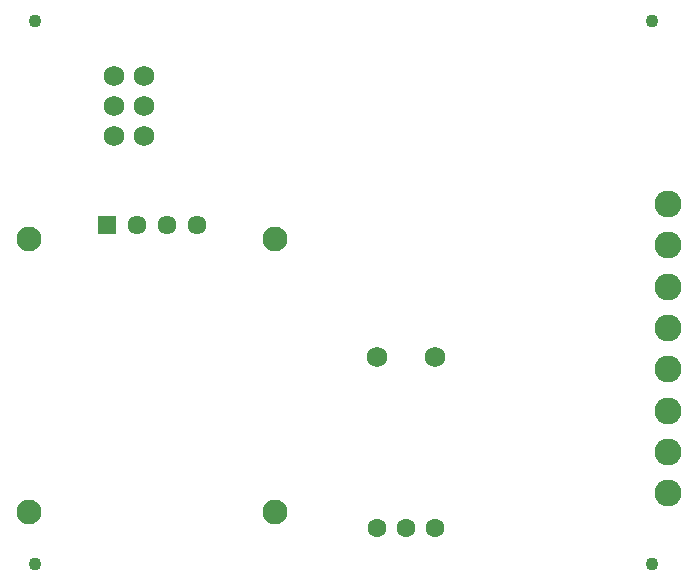
<source format=gbr>
G04 EAGLE Gerber RS-274X export*
G75*
%MOMM*%
%FSLAX34Y34*%
%LPD*%
%INSoldermask Bottom*%
%IPPOS*%
%AMOC8*
5,1,8,0,0,1.08239X$1,22.5*%
G01*
%ADD10C,1.101600*%
%ADD11C,1.727200*%
%ADD12C,2.286000*%
%ADD13R,1.609600X1.609600*%
%ADD14C,1.609600*%
%ADD15C,2.101600*%
%ADD16C,1.739900*%
%ADD17C,1.600200*%


D10*
X62000Y-2742D03*
X62000Y456909D03*
X583875Y-2742D03*
X583875Y456909D03*
D11*
X153800Y384600D03*
X128400Y384600D03*
X128400Y359200D03*
X153800Y359200D03*
X153800Y410000D03*
X128400Y410000D03*
D12*
X597700Y161800D03*
X597700Y196800D03*
X597700Y231800D03*
X597700Y266800D03*
X597700Y301800D03*
X597700Y126800D03*
X597700Y91800D03*
X597700Y56800D03*
D13*
X122700Y283600D03*
D14*
X148100Y283600D03*
X173500Y283600D03*
X198900Y283600D03*
D15*
X56660Y272170D03*
X264940Y272170D03*
X264940Y41030D03*
X56660Y41030D03*
D16*
X350908Y171820D03*
X400692Y171820D03*
D17*
X350908Y27040D03*
X375800Y27040D03*
X400692Y27040D03*
M02*

</source>
